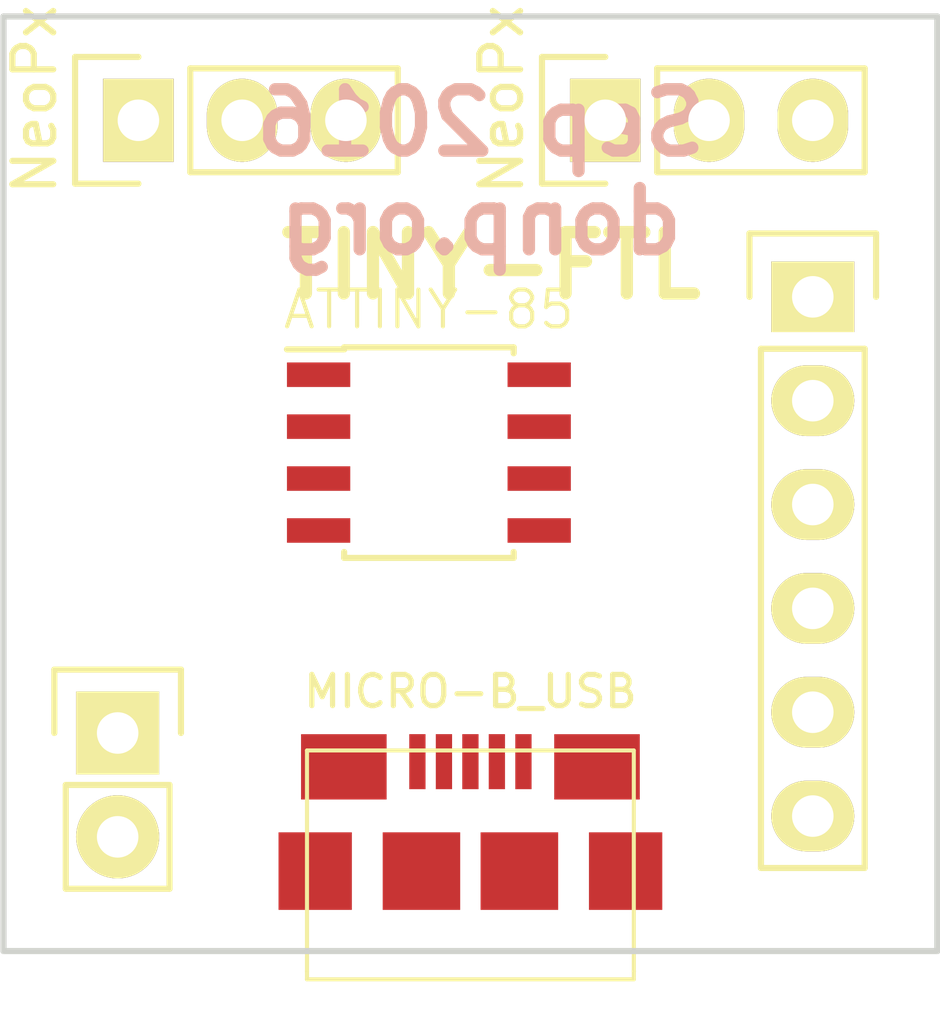
<source format=kicad_pcb>
(kicad_pcb (version 4) (host pcbnew 4.1.0-alpha+201607031448+6962~45~ubuntu15.04.1-product)

  (general
    (links 0)
    (no_connects 0)
    (area 126.2445 73.107476 149.935001 98.99161)
    (thickness 1.6)
    (drawings 6)
    (tracks 0)
    (zones 0)
    (modules 6)
    (nets 1)
  )

  (page A4)
  (layers
    (0 F.Cu signal)
    (31 B.Cu signal)
    (32 B.Adhes user)
    (33 F.Adhes user)
    (34 B.Paste user)
    (35 F.Paste user)
    (36 B.SilkS user hide)
    (37 F.SilkS user)
    (38 B.Mask user)
    (39 F.Mask user)
    (40 Dwgs.User user)
    (41 Cmts.User user)
    (42 Eco1.User user)
    (43 Eco2.User user)
    (44 Edge.Cuts user)
    (45 Margin user)
    (46 B.CrtYd user)
    (47 F.CrtYd user)
    (48 B.Fab user)
    (49 F.Fab user)
  )

  (setup
    (last_trace_width 0.25)
    (trace_clearance 0.2)
    (zone_clearance 0.508)
    (zone_45_only no)
    (trace_min 0.2)
    (segment_width 0.2)
    (edge_width 0.15)
    (via_size 0.8)
    (via_drill 0.4)
    (via_min_size 0.4)
    (via_min_drill 0.3)
    (uvia_size 0.3)
    (uvia_drill 0.1)
    (uvias_allowed no)
    (uvia_min_size 0.2)
    (uvia_min_drill 0.1)
    (pcb_text_width 0.3)
    (pcb_text_size 1.5 1.5)
    (mod_edge_width 0.15)
    (mod_text_size 1 1)
    (mod_text_width 0.15)
    (pad_size 1.524 1.524)
    (pad_drill 0.762)
    (pad_to_mask_clearance 0.2)
    (aux_axis_origin 0 0)
    (visible_elements FFFFEF7F)
    (pcbplotparams
      (layerselection 0x010f0_ffffffff)
      (usegerberextensions false)
      (excludeedgelayer true)
      (linewidth 0.100000)
      (plotframeref false)
      (viasonmask false)
      (mode 1)
      (useauxorigin false)
      (hpglpennumber 1)
      (hpglpenspeed 20)
      (hpglpendiameter 15)
      (psnegative false)
      (psa4output false)
      (plotreference true)
      (plotvalue true)
      (plotinvisibletext false)
      (padsonsilk false)
      (subtractmaskfromsilk false)
      (outputformat 1)
      (mirror false)
      (drillshape 0)
      (scaleselection 1)
      (outputdirectory /home/donp/osh/bread))
  )

  (net 0 "")

  (net_class Default "This is the default net class."
    (clearance 0.2)
    (trace_width 0.25)
    (via_dia 0.8)
    (via_drill 0.4)
    (uvia_dia 0.3)
    (uvia_drill 0.1)
  )

  (module Pin_Headers:Pin_Header_Straight_1x03 (layer F.Cu) (tedit 57C9B84C) (tstamp 57CCEE0C)
    (at 141.732 76.2 90)
    (descr "Through hole pin header")
    (tags "pin header")
    (fp_text reference NeoPx (at 0.508 -2.54 90) (layer F.SilkS)
      (effects (font (size 1 1) (thickness 0.15)))
    )
    (fp_text value "" (at 0 -3.1 90) (layer F.Fab)
      (effects (font (size 1 1) (thickness 0.15)))
    )
    (fp_line (start -1.75 -1.75) (end -1.75 6.85) (layer F.CrtYd) (width 0.05))
    (fp_line (start 1.75 -1.75) (end 1.75 6.85) (layer F.CrtYd) (width 0.05))
    (fp_line (start -1.75 -1.75) (end 1.75 -1.75) (layer F.CrtYd) (width 0.05))
    (fp_line (start -1.75 6.85) (end 1.75 6.85) (layer F.CrtYd) (width 0.05))
    (fp_line (start -1.27 1.27) (end -1.27 6.35) (layer F.SilkS) (width 0.15))
    (fp_line (start -1.27 6.35) (end 1.27 6.35) (layer F.SilkS) (width 0.15))
    (fp_line (start 1.27 6.35) (end 1.27 1.27) (layer F.SilkS) (width 0.15))
    (fp_line (start 1.55 -1.55) (end 1.55 0) (layer F.SilkS) (width 0.15))
    (fp_line (start 1.27 1.27) (end -1.27 1.27) (layer F.SilkS) (width 0.15))
    (fp_line (start -1.55 0) (end -1.55 -1.55) (layer F.SilkS) (width 0.15))
    (fp_line (start -1.55 -1.55) (end 1.55 -1.55) (layer F.SilkS) (width 0.15))
    (pad 1 thru_hole rect (at 0 0 90) (size 2.032 1.7272) (drill 1.016) (layers *.Cu *.Mask F.SilkS))
    (pad 2 thru_hole oval (at 0 2.54 90) (size 2.032 1.7272) (drill 1.016) (layers *.Cu *.Mask F.SilkS))
    (pad 3 thru_hole oval (at 0 5.08 90) (size 2.032 1.7272) (drill 1.016) (layers *.Cu *.Mask F.SilkS))
    (model Pin_Headers.3dshapes/Pin_Header_Straight_1x03.wrl
      (at (xyz 0 -0.1 0))
      (scale (xyz 1 1 1))
      (rotate (xyz 0 0 90))
    )
    (model Pin_Headers.3dshapes/Pin_Header_Straight_1x03.wrl
      (at (xyz 0 -0.1 0))
      (scale (xyz 1 1 1))
      (rotate (xyz 0 0 90))
    )
  )

  (module open-project:MICRO-B_USB (layer F.Cu) (tedit 57C9B809) (tstamp 57CDFA94)
    (at 138.43 96.012)
    (fp_text reference MICRO-B_USB (at 0 -5.842) (layer F.SilkS)
      (effects (font (size 0.762 0.762) (thickness 0.127)))
    )
    (fp_text value "" (at -0.05 2.09) (layer F.SilkS)
      (effects (font (size 0.762 0.762) (thickness 0.127)))
    )
    (fp_line (start -4.0005 1.00076) (end -4.0005 1.19888) (layer F.SilkS) (width 0.09906))
    (fp_line (start 4.0005 1.00076) (end 4.0005 1.19888) (layer F.SilkS) (width 0.09906))
    (fp_line (start -4.0005 -4.39928) (end 4.0005 -4.39928) (layer F.SilkS) (width 0.09906))
    (fp_line (start 4.0005 -4.39928) (end 4.0005 1.00076) (layer F.SilkS) (width 0.09906))
    (fp_line (start 4.0005 1.19888) (end -4.0005 1.19888) (layer F.SilkS) (width 0.09906))
    (fp_line (start -4.0005 1.00076) (end -4.0005 -4.39928) (layer F.SilkS) (width 0.09906))
    (pad "" smd rect (at -1.19888 -1.4478) (size 1.89738 1.89738) (layers F.Cu F.Paste F.Mask))
    (pad "" smd rect (at 1.19888 -1.4478) (size 1.89992 1.89738) (layers F.Cu F.Paste F.Mask))
    (pad "" smd rect (at 3.79984 -1.4478) (size 1.79578 1.89738) (layers F.Cu F.Paste F.Mask))
    (pad "" smd rect (at -3.0988 -3.99796) (size 2.0955 1.59766) (layers F.Cu F.Paste F.Mask))
    (pad 1 smd rect (at -1.29794 -4.12496) (size 0.39878 1.3462) (layers F.Cu F.Paste F.Mask)
      (clearance 0.2032))
    (pad 2 smd rect (at -0.6477 -4.12496) (size 0.39878 1.3462) (layers F.Cu F.Paste F.Mask)
      (clearance 0.2032))
    (pad 3 smd rect (at 0 -4.12496) (size 0.39878 1.3462) (layers F.Cu F.Paste F.Mask)
      (clearance 0.2032))
    (pad 4 smd rect (at 0.6477 -4.12496) (size 0.39878 1.3462) (layers F.Cu F.Paste F.Mask)
      (clearance 0.2032))
    (pad 5 smd rect (at 1.29794 -4.12496) (size 0.39878 1.3462) (layers F.Cu F.Paste F.Mask)
      (clearance 0.2032))
    (pad "" smd rect (at 3.0988 -3.99796) (size 2.0955 1.59766) (layers F.Cu F.Paste F.Mask))
    (pad "" smd rect (at -3.79984 -1.4478) (size 1.79578 1.89738) (layers F.Cu F.Paste F.Mask))
  )

  (module Pin_Headers:Pin_Header_Straight_1x03 (layer F.Cu) (tedit 57C9B84C) (tstamp 57CF0C8B)
    (at 130.302 76.2 90)
    (descr "Through hole pin header")
    (tags "pin header")
    (fp_text reference NeoPx (at 0.508 -2.54 90) (layer F.SilkS)
      (effects (font (size 1 1) (thickness 0.15)))
    )
    (fp_text value "" (at 0 -3.1 90) (layer F.Fab)
      (effects (font (size 1 1) (thickness 0.15)))
    )
    (fp_line (start -1.75 -1.75) (end -1.75 6.85) (layer F.CrtYd) (width 0.05))
    (fp_line (start 1.75 -1.75) (end 1.75 6.85) (layer F.CrtYd) (width 0.05))
    (fp_line (start -1.75 -1.75) (end 1.75 -1.75) (layer F.CrtYd) (width 0.05))
    (fp_line (start -1.75 6.85) (end 1.75 6.85) (layer F.CrtYd) (width 0.05))
    (fp_line (start -1.27 1.27) (end -1.27 6.35) (layer F.SilkS) (width 0.15))
    (fp_line (start -1.27 6.35) (end 1.27 6.35) (layer F.SilkS) (width 0.15))
    (fp_line (start 1.27 6.35) (end 1.27 1.27) (layer F.SilkS) (width 0.15))
    (fp_line (start 1.55 -1.55) (end 1.55 0) (layer F.SilkS) (width 0.15))
    (fp_line (start 1.27 1.27) (end -1.27 1.27) (layer F.SilkS) (width 0.15))
    (fp_line (start -1.55 0) (end -1.55 -1.55) (layer F.SilkS) (width 0.15))
    (fp_line (start -1.55 -1.55) (end 1.55 -1.55) (layer F.SilkS) (width 0.15))
    (pad 1 thru_hole rect (at 0 0 90) (size 2.032 1.7272) (drill 1.016) (layers *.Cu *.Mask F.SilkS))
    (pad 2 thru_hole oval (at 0 2.54 90) (size 2.032 1.7272) (drill 1.016) (layers *.Cu *.Mask F.SilkS))
    (pad 3 thru_hole oval (at 0 5.08 90) (size 2.032 1.7272) (drill 1.016) (layers *.Cu *.Mask F.SilkS))
    (model Pin_Headers.3dshapes/Pin_Header_Straight_1x03.wrl
      (at (xyz 0 -0.1 0))
      (scale (xyz 1 1 1))
      (rotate (xyz 0 0 90))
    )
    (model Pin_Headers.3dshapes/Pin_Header_Straight_1x03.wrl
      (at (xyz 0 -0.1 0))
      (scale (xyz 1 1 1))
      (rotate (xyz 0 0 90))
    )
  )

  (module Housings_SOIC:SOIC-8_3.9x4.9mm_Pitch1.27mm (layer F.Cu) (tedit 57C9BCF9) (tstamp 57CACA2F)
    (at 137.414 84.328)
    (descr "8-Lead Plastic Small Outline (SN) - Narrow, 3.90 mm Body [SOIC] (see Microchip Packaging Specification 00000049BS.pdf)")
    (tags "SOIC 1.27")
    (attr smd)
    (fp_text reference ATTINY-85 (at 0 -3.5) (layer F.SilkS)
      (effects (font (size 0.9 0.9) (thickness 0.1)))
    )
    (fp_text value "" (at 0 3.5) (layer F.Fab)
      (effects (font (size 1 1) (thickness 0.15)))
    )
    (fp_circle (center -1.5 -2) (end -1.75 -2) (layer F.Fab) (width 0.15))
    (fp_line (start -1.95 -2.45) (end -1.95 2.45) (layer F.Fab) (width 0.15))
    (fp_line (start 1.95 -2.45) (end -1.95 -2.45) (layer F.Fab) (width 0.15))
    (fp_line (start 1.95 2.45) (end 1.95 -2.45) (layer F.Fab) (width 0.15))
    (fp_line (start -1.95 2.45) (end 1.95 2.45) (layer F.Fab) (width 0.15))
    (fp_line (start -3.75 -2.75) (end -3.75 2.75) (layer F.CrtYd) (width 0.05))
    (fp_line (start 3.75 -2.75) (end 3.75 2.75) (layer F.CrtYd) (width 0.05))
    (fp_line (start -3.75 -2.75) (end 3.75 -2.75) (layer F.CrtYd) (width 0.05))
    (fp_line (start -3.75 2.75) (end 3.75 2.75) (layer F.CrtYd) (width 0.05))
    (fp_line (start -2.075 -2.575) (end -2.075 -2.525) (layer F.SilkS) (width 0.15))
    (fp_line (start 2.075 -2.575) (end 2.075 -2.43) (layer F.SilkS) (width 0.15))
    (fp_line (start 2.075 2.575) (end 2.075 2.43) (layer F.SilkS) (width 0.15))
    (fp_line (start -2.075 2.575) (end -2.075 2.43) (layer F.SilkS) (width 0.15))
    (fp_line (start -2.075 -2.575) (end 2.075 -2.575) (layer F.SilkS) (width 0.15))
    (fp_line (start -2.075 2.575) (end 2.075 2.575) (layer F.SilkS) (width 0.15))
    (fp_line (start -2.075 -2.525) (end -3.475 -2.525) (layer F.SilkS) (width 0.15))
    (pad 1 smd rect (at -2.7 -1.905) (size 1.55 0.6) (layers F.Cu F.Paste F.Mask))
    (pad 2 smd rect (at -2.7 -0.635) (size 1.55 0.6) (layers F.Cu F.Paste F.Mask))
    (pad 3 smd rect (at -2.7 0.635) (size 1.55 0.6) (layers F.Cu F.Paste F.Mask))
    (pad 4 smd rect (at -2.7 1.905) (size 1.55 0.6) (layers F.Cu F.Paste F.Mask))
    (pad 5 smd rect (at 2.7 1.905) (size 1.55 0.6) (layers F.Cu F.Paste F.Mask))
    (pad 6 smd rect (at 2.7 0.635) (size 1.55 0.6) (layers F.Cu F.Paste F.Mask))
    (pad 7 smd rect (at 2.7 -0.635) (size 1.55 0.6) (layers F.Cu F.Paste F.Mask))
    (pad 8 smd rect (at 2.7 -1.905) (size 1.55 0.6) (layers F.Cu F.Paste F.Mask))
    (model Housings_SOIC.3dshapes/SOIC-8_3.9x4.9mm_Pitch1.27mm.wrl
      (at (xyz 0 0 0))
      (scale (xyz 1 1 1))
      (rotate (xyz 0 0 0))
    )
    (model Housings_SOIC.3dshapes/SOIC-8_3.9x4.9mm_Pitch1.27mm.wrl
      (at (xyz 0 0 0))
      (scale (xyz 1 1 1))
      (rotate (xyz 0 0 0))
    )
    (model Housings_SOIC.3dshapes/SOIC-8_3.9x4.9mm_Pitch1.27mm.wrl
      (at (xyz 0 0 0))
      (scale (xyz 1 1 1))
      (rotate (xyz 0 0 0))
    )
    (model Housings_SOIC.3dshapes/SOIC-8_3.9x4.9mm_Pitch1.27mm.wrl
      (at (xyz 0 0 0))
      (scale (xyz 1 1 1))
      (rotate (xyz 0 0 0))
    )
  )

  (module Pin_Headers:Pin_Header_Straight_1x02 (layer F.Cu) (tedit 57C9C5DA) (tstamp 57D0222F)
    (at 129.794 91.186)
    (descr "Through hole pin header")
    (tags "pin header")
    (fp_text reference "" (at 0 -5.1) (layer F.SilkS)
      (effects (font (size 1 1) (thickness 0.15)))
    )
    (fp_text value "" (at 0 -3.1) (layer F.Fab)
      (effects (font (size 1 1) (thickness 0.15)))
    )
    (fp_line (start 1.27 1.27) (end 1.27 3.81) (layer F.SilkS) (width 0.15))
    (fp_line (start 1.55 -1.55) (end 1.55 0) (layer F.SilkS) (width 0.15))
    (fp_line (start -1.75 -1.75) (end -1.75 4.3) (layer F.CrtYd) (width 0.05))
    (fp_line (start 1.75 -1.75) (end 1.75 4.3) (layer F.CrtYd) (width 0.05))
    (fp_line (start -1.75 -1.75) (end 1.75 -1.75) (layer F.CrtYd) (width 0.05))
    (fp_line (start -1.75 4.3) (end 1.75 4.3) (layer F.CrtYd) (width 0.05))
    (fp_line (start 1.27 1.27) (end -1.27 1.27) (layer F.SilkS) (width 0.15))
    (fp_line (start -1.55 0) (end -1.55 -1.55) (layer F.SilkS) (width 0.15))
    (fp_line (start -1.55 -1.55) (end 1.55 -1.55) (layer F.SilkS) (width 0.15))
    (fp_line (start -1.27 1.27) (end -1.27 3.81) (layer F.SilkS) (width 0.15))
    (fp_line (start -1.27 3.81) (end 1.27 3.81) (layer F.SilkS) (width 0.15))
    (pad 1 thru_hole rect (at 0 0) (size 2.032 2.032) (drill 1.016) (layers *.Cu *.Mask F.SilkS))
    (pad 2 thru_hole oval (at 0 2.54) (size 2.032 2.032) (drill 1.016) (layers *.Cu *.Mask F.SilkS))
    (model Pin_Headers.3dshapes/Pin_Header_Straight_1x02.wrl
      (at (xyz 0 -0.05 0))
      (scale (xyz 1 1 1))
      (rotate (xyz 0 0 90))
    )
    (model Pin_Headers.3dshapes/Pin_Header_Straight_1x02.wrl
      (at (xyz 0 -0.05 0))
      (scale (xyz 1 1 1))
      (rotate (xyz 0 0 90))
    )
    (model Pin_Headers.3dshapes/Pin_Header_Straight_1x02.wrl
      (at (xyz 0 -0.05 0))
      (scale (xyz 1 1 1))
      (rotate (xyz 0 0 90))
    )
    (model Pin_Headers.3dshapes/Pin_Header_Straight_1x02.wrl
      (at (xyz 0 -0.05 0))
      (scale (xyz 1 1 1))
      (rotate (xyz 0 0 90))
    )
  )

  (module Pin_Headers:Pin_Header_Straight_1x06 (layer F.Cu) (tedit 57C9C761) (tstamp 57D1335D)
    (at 146.812 80.518)
    (descr "Through hole pin header")
    (tags "pin header")
    (fp_text reference "" (at 0 -5.1) (layer F.SilkS)
      (effects (font (size 1 1) (thickness 0.15)))
    )
    (fp_text value "" (at 0 -3.1) (layer F.Fab)
      (effects (font (size 1 1) (thickness 0.15)))
    )
    (fp_line (start -1.75 -1.75) (end -1.75 14.45) (layer F.CrtYd) (width 0.05))
    (fp_line (start 1.75 -1.75) (end 1.75 14.45) (layer F.CrtYd) (width 0.05))
    (fp_line (start -1.75 -1.75) (end 1.75 -1.75) (layer F.CrtYd) (width 0.05))
    (fp_line (start -1.75 14.45) (end 1.75 14.45) (layer F.CrtYd) (width 0.05))
    (fp_line (start 1.27 1.27) (end 1.27 13.97) (layer F.SilkS) (width 0.15))
    (fp_line (start 1.27 13.97) (end -1.27 13.97) (layer F.SilkS) (width 0.15))
    (fp_line (start -1.27 13.97) (end -1.27 1.27) (layer F.SilkS) (width 0.15))
    (fp_line (start 1.55 -1.55) (end 1.55 0) (layer F.SilkS) (width 0.15))
    (fp_line (start 1.27 1.27) (end -1.27 1.27) (layer F.SilkS) (width 0.15))
    (fp_line (start -1.55 0) (end -1.55 -1.55) (layer F.SilkS) (width 0.15))
    (fp_line (start -1.55 -1.55) (end 1.55 -1.55) (layer F.SilkS) (width 0.15))
    (pad 1 thru_hole rect (at 0 0) (size 2.032 1.7272) (drill 1.016) (layers *.Cu *.Mask F.SilkS))
    (pad 2 thru_hole oval (at 0 2.54) (size 2.032 1.7272) (drill 1.016) (layers *.Cu *.Mask F.SilkS))
    (pad 3 thru_hole oval (at 0 5.08) (size 2.032 1.7272) (drill 1.016) (layers *.Cu *.Mask F.SilkS))
    (pad 4 thru_hole oval (at 0 7.62) (size 2.032 1.7272) (drill 1.016) (layers *.Cu *.Mask F.SilkS))
    (pad 5 thru_hole oval (at 0 10.16) (size 2.032 1.7272) (drill 1.016) (layers *.Cu *.Mask F.SilkS))
    (pad 6 thru_hole oval (at 0 12.7) (size 2.032 1.7272) (drill 1.016) (layers *.Cu *.Mask F.SilkS))
    (model Pin_Headers.3dshapes/Pin_Header_Straight_1x06.wrl
      (at (xyz 0 -0.25 0))
      (scale (xyz 1 1 1))
      (rotate (xyz 0 0 90))
    )
  )

  (gr_line (start 127 73.66) (end 127 96.52) (angle 90) (layer Edge.Cuts) (width 0.15))
  (gr_line (start 149.86 73.66) (end 149.86 96.52) (angle 90) (layer Edge.Cuts) (width 0.15))
  (gr_line (start 149.86 96.52) (end 127 96.52) (angle 90) (layer Edge.Cuts) (width 0.15))
  (gr_line (start 149.86 73.66) (end 127 73.66) (angle 90) (layer Edge.Cuts) (width 0.15))
  (gr_text "Sep 2016\ndonp.org" (at 138.684 77.47) (layer B.SilkS)
    (effects (font (size 1.5 1.5) (thickness 0.3)) (justify mirror))
  )
  (gr_text TINY-FTL (at 138.938 79.756) (layer F.SilkS)
    (effects (font (size 1.5 1.5) (thickness 0.3)))
  )

)

</source>
